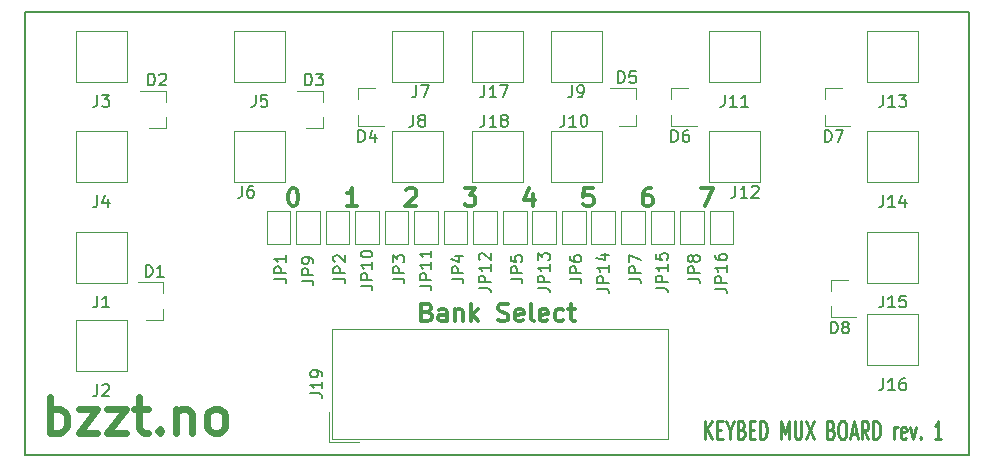
<source format=gbr>
G04 #@! TF.GenerationSoftware,KiCad,Pcbnew,(5.1.7-0-10_14)*
G04 #@! TF.CreationDate,2021-05-07T19:31:10+02:00*
G04 #@! TF.ProjectId,National Keyboard Mux Board,4e617469-6f6e-4616-9c20-4b6579626f61,rev?*
G04 #@! TF.SameCoordinates,Original*
G04 #@! TF.FileFunction,Legend,Top*
G04 #@! TF.FilePolarity,Positive*
%FSLAX46Y46*%
G04 Gerber Fmt 4.6, Leading zero omitted, Abs format (unit mm)*
G04 Created by KiCad (PCBNEW (5.1.7-0-10_14)) date 2021-05-07 19:31:10*
%MOMM*%
%LPD*%
G01*
G04 APERTURE LIST*
%ADD10C,0.250000*%
%ADD11C,0.300000*%
%ADD12C,0.600000*%
G04 #@! TA.AperFunction,Profile*
%ADD13C,0.150000*%
G04 #@! TD*
%ADD14C,0.120000*%
%ADD15C,0.150000*%
G04 APERTURE END LIST*
D10*
X127623809Y-100878571D02*
X127623809Y-99378571D01*
X128195238Y-100878571D02*
X127766666Y-100021428D01*
X128195238Y-99378571D02*
X127623809Y-100235714D01*
X128623809Y-100092857D02*
X128957142Y-100092857D01*
X129100000Y-100878571D02*
X128623809Y-100878571D01*
X128623809Y-99378571D01*
X129100000Y-99378571D01*
X129719047Y-100164285D02*
X129719047Y-100878571D01*
X129385714Y-99378571D02*
X129719047Y-100164285D01*
X130052380Y-99378571D01*
X130719047Y-100092857D02*
X130861904Y-100164285D01*
X130909523Y-100235714D01*
X130957142Y-100378571D01*
X130957142Y-100592857D01*
X130909523Y-100735714D01*
X130861904Y-100807142D01*
X130766666Y-100878571D01*
X130385714Y-100878571D01*
X130385714Y-99378571D01*
X130719047Y-99378571D01*
X130814285Y-99450000D01*
X130861904Y-99521428D01*
X130909523Y-99664285D01*
X130909523Y-99807142D01*
X130861904Y-99950000D01*
X130814285Y-100021428D01*
X130719047Y-100092857D01*
X130385714Y-100092857D01*
X131385714Y-100092857D02*
X131719047Y-100092857D01*
X131861904Y-100878571D02*
X131385714Y-100878571D01*
X131385714Y-99378571D01*
X131861904Y-99378571D01*
X132290476Y-100878571D02*
X132290476Y-99378571D01*
X132528571Y-99378571D01*
X132671428Y-99450000D01*
X132766666Y-99592857D01*
X132814285Y-99735714D01*
X132861904Y-100021428D01*
X132861904Y-100235714D01*
X132814285Y-100521428D01*
X132766666Y-100664285D01*
X132671428Y-100807142D01*
X132528571Y-100878571D01*
X132290476Y-100878571D01*
X134052380Y-100878571D02*
X134052380Y-99378571D01*
X134385714Y-100450000D01*
X134719047Y-99378571D01*
X134719047Y-100878571D01*
X135195238Y-99378571D02*
X135195238Y-100592857D01*
X135242857Y-100735714D01*
X135290476Y-100807142D01*
X135385714Y-100878571D01*
X135576190Y-100878571D01*
X135671428Y-100807142D01*
X135719047Y-100735714D01*
X135766666Y-100592857D01*
X135766666Y-99378571D01*
X136147619Y-99378571D02*
X136814285Y-100878571D01*
X136814285Y-99378571D02*
X136147619Y-100878571D01*
X138290476Y-100092857D02*
X138433333Y-100164285D01*
X138480952Y-100235714D01*
X138528571Y-100378571D01*
X138528571Y-100592857D01*
X138480952Y-100735714D01*
X138433333Y-100807142D01*
X138338095Y-100878571D01*
X137957142Y-100878571D01*
X137957142Y-99378571D01*
X138290476Y-99378571D01*
X138385714Y-99450000D01*
X138433333Y-99521428D01*
X138480952Y-99664285D01*
X138480952Y-99807142D01*
X138433333Y-99950000D01*
X138385714Y-100021428D01*
X138290476Y-100092857D01*
X137957142Y-100092857D01*
X139147619Y-99378571D02*
X139338095Y-99378571D01*
X139433333Y-99450000D01*
X139528571Y-99592857D01*
X139576190Y-99878571D01*
X139576190Y-100378571D01*
X139528571Y-100664285D01*
X139433333Y-100807142D01*
X139338095Y-100878571D01*
X139147619Y-100878571D01*
X139052380Y-100807142D01*
X138957142Y-100664285D01*
X138909523Y-100378571D01*
X138909523Y-99878571D01*
X138957142Y-99592857D01*
X139052380Y-99450000D01*
X139147619Y-99378571D01*
X139957142Y-100450000D02*
X140433333Y-100450000D01*
X139861904Y-100878571D02*
X140195238Y-99378571D01*
X140528571Y-100878571D01*
X141433333Y-100878571D02*
X141100000Y-100164285D01*
X140861904Y-100878571D02*
X140861904Y-99378571D01*
X141242857Y-99378571D01*
X141338095Y-99450000D01*
X141385714Y-99521428D01*
X141433333Y-99664285D01*
X141433333Y-99878571D01*
X141385714Y-100021428D01*
X141338095Y-100092857D01*
X141242857Y-100164285D01*
X140861904Y-100164285D01*
X141861904Y-100878571D02*
X141861904Y-99378571D01*
X142100000Y-99378571D01*
X142242857Y-99450000D01*
X142338095Y-99592857D01*
X142385714Y-99735714D01*
X142433333Y-100021428D01*
X142433333Y-100235714D01*
X142385714Y-100521428D01*
X142338095Y-100664285D01*
X142242857Y-100807142D01*
X142100000Y-100878571D01*
X141861904Y-100878571D01*
X143623809Y-100878571D02*
X143623809Y-99878571D01*
X143623809Y-100164285D02*
X143671428Y-100021428D01*
X143719047Y-99950000D01*
X143814285Y-99878571D01*
X143909523Y-99878571D01*
X144623809Y-100807142D02*
X144528571Y-100878571D01*
X144338095Y-100878571D01*
X144242857Y-100807142D01*
X144195238Y-100664285D01*
X144195238Y-100092857D01*
X144242857Y-99950000D01*
X144338095Y-99878571D01*
X144528571Y-99878571D01*
X144623809Y-99950000D01*
X144671428Y-100092857D01*
X144671428Y-100235714D01*
X144195238Y-100378571D01*
X145004761Y-99878571D02*
X145242857Y-100878571D01*
X145480952Y-99878571D01*
X145861904Y-100735714D02*
X145909523Y-100807142D01*
X145861904Y-100878571D01*
X145814285Y-100807142D01*
X145861904Y-100735714D01*
X145861904Y-100878571D01*
X147623809Y-100878571D02*
X147052380Y-100878571D01*
X147338095Y-100878571D02*
X147338095Y-99378571D01*
X147242857Y-99592857D01*
X147147619Y-99735714D01*
X147052380Y-99807142D01*
D11*
X127250000Y-79678571D02*
X128250000Y-79678571D01*
X127607142Y-81178571D01*
X123035714Y-79678571D02*
X122750000Y-79678571D01*
X122607142Y-79750000D01*
X122535714Y-79821428D01*
X122392857Y-80035714D01*
X122321428Y-80321428D01*
X122321428Y-80892857D01*
X122392857Y-81035714D01*
X122464285Y-81107142D01*
X122607142Y-81178571D01*
X122892857Y-81178571D01*
X123035714Y-81107142D01*
X123107142Y-81035714D01*
X123178571Y-80892857D01*
X123178571Y-80535714D01*
X123107142Y-80392857D01*
X123035714Y-80321428D01*
X122892857Y-80250000D01*
X122607142Y-80250000D01*
X122464285Y-80321428D01*
X122392857Y-80392857D01*
X122321428Y-80535714D01*
X118107142Y-79678571D02*
X117392857Y-79678571D01*
X117321428Y-80392857D01*
X117392857Y-80321428D01*
X117535714Y-80250000D01*
X117892857Y-80250000D01*
X118035714Y-80321428D01*
X118107142Y-80392857D01*
X118178571Y-80535714D01*
X118178571Y-80892857D01*
X118107142Y-81035714D01*
X118035714Y-81107142D01*
X117892857Y-81178571D01*
X117535714Y-81178571D01*
X117392857Y-81107142D01*
X117321428Y-81035714D01*
X113035714Y-80178571D02*
X113035714Y-81178571D01*
X112678571Y-79607142D02*
X112321428Y-80678571D01*
X113250000Y-80678571D01*
X107250000Y-79678571D02*
X108178571Y-79678571D01*
X107678571Y-80250000D01*
X107892857Y-80250000D01*
X108035714Y-80321428D01*
X108107142Y-80392857D01*
X108178571Y-80535714D01*
X108178571Y-80892857D01*
X108107142Y-81035714D01*
X108035714Y-81107142D01*
X107892857Y-81178571D01*
X107464285Y-81178571D01*
X107321428Y-81107142D01*
X107250000Y-81035714D01*
X102321428Y-79821428D02*
X102392857Y-79750000D01*
X102535714Y-79678571D01*
X102892857Y-79678571D01*
X103035714Y-79750000D01*
X103107142Y-79821428D01*
X103178571Y-79964285D01*
X103178571Y-80107142D01*
X103107142Y-80321428D01*
X102250000Y-81178571D01*
X103178571Y-81178571D01*
X98178571Y-81178571D02*
X97321428Y-81178571D01*
X97750000Y-81178571D02*
X97750000Y-79678571D01*
X97607142Y-79892857D01*
X97464285Y-80035714D01*
X97321428Y-80107142D01*
X92678571Y-79678571D02*
X92821428Y-79678571D01*
X92964285Y-79750000D01*
X93035714Y-79821428D01*
X93107142Y-79964285D01*
X93178571Y-80250000D01*
X93178571Y-80607142D01*
X93107142Y-80892857D01*
X93035714Y-81035714D01*
X92964285Y-81107142D01*
X92821428Y-81178571D01*
X92678571Y-81178571D01*
X92535714Y-81107142D01*
X92464285Y-81035714D01*
X92392857Y-80892857D01*
X92321428Y-80607142D01*
X92321428Y-80250000D01*
X92392857Y-79964285D01*
X92464285Y-79821428D01*
X92535714Y-79750000D01*
X92678571Y-79678571D01*
X104107142Y-90142857D02*
X104321428Y-90214285D01*
X104392857Y-90285714D01*
X104464285Y-90428571D01*
X104464285Y-90642857D01*
X104392857Y-90785714D01*
X104321428Y-90857142D01*
X104178571Y-90928571D01*
X103607142Y-90928571D01*
X103607142Y-89428571D01*
X104107142Y-89428571D01*
X104250000Y-89500000D01*
X104321428Y-89571428D01*
X104392857Y-89714285D01*
X104392857Y-89857142D01*
X104321428Y-90000000D01*
X104250000Y-90071428D01*
X104107142Y-90142857D01*
X103607142Y-90142857D01*
X105750000Y-90928571D02*
X105750000Y-90142857D01*
X105678571Y-90000000D01*
X105535714Y-89928571D01*
X105250000Y-89928571D01*
X105107142Y-90000000D01*
X105750000Y-90857142D02*
X105607142Y-90928571D01*
X105250000Y-90928571D01*
X105107142Y-90857142D01*
X105035714Y-90714285D01*
X105035714Y-90571428D01*
X105107142Y-90428571D01*
X105250000Y-90357142D01*
X105607142Y-90357142D01*
X105750000Y-90285714D01*
X106464285Y-89928571D02*
X106464285Y-90928571D01*
X106464285Y-90071428D02*
X106535714Y-90000000D01*
X106678571Y-89928571D01*
X106892857Y-89928571D01*
X107035714Y-90000000D01*
X107107142Y-90142857D01*
X107107142Y-90928571D01*
X107821428Y-90928571D02*
X107821428Y-89428571D01*
X107964285Y-90357142D02*
X108392857Y-90928571D01*
X108392857Y-89928571D02*
X107821428Y-90500000D01*
X110107142Y-90857142D02*
X110321428Y-90928571D01*
X110678571Y-90928571D01*
X110821428Y-90857142D01*
X110892857Y-90785714D01*
X110964285Y-90642857D01*
X110964285Y-90500000D01*
X110892857Y-90357142D01*
X110821428Y-90285714D01*
X110678571Y-90214285D01*
X110392857Y-90142857D01*
X110250000Y-90071428D01*
X110178571Y-90000000D01*
X110107142Y-89857142D01*
X110107142Y-89714285D01*
X110178571Y-89571428D01*
X110250000Y-89500000D01*
X110392857Y-89428571D01*
X110750000Y-89428571D01*
X110964285Y-89500000D01*
X112178571Y-90857142D02*
X112035714Y-90928571D01*
X111750000Y-90928571D01*
X111607142Y-90857142D01*
X111535714Y-90714285D01*
X111535714Y-90142857D01*
X111607142Y-90000000D01*
X111750000Y-89928571D01*
X112035714Y-89928571D01*
X112178571Y-90000000D01*
X112250000Y-90142857D01*
X112250000Y-90285714D01*
X111535714Y-90428571D01*
X113107142Y-90928571D02*
X112964285Y-90857142D01*
X112892857Y-90714285D01*
X112892857Y-89428571D01*
X114250000Y-90857142D02*
X114107142Y-90928571D01*
X113821428Y-90928571D01*
X113678571Y-90857142D01*
X113607142Y-90714285D01*
X113607142Y-90142857D01*
X113678571Y-90000000D01*
X113821428Y-89928571D01*
X114107142Y-89928571D01*
X114250000Y-90000000D01*
X114321428Y-90142857D01*
X114321428Y-90285714D01*
X113607142Y-90428571D01*
X115607142Y-90857142D02*
X115464285Y-90928571D01*
X115178571Y-90928571D01*
X115035714Y-90857142D01*
X114964285Y-90785714D01*
X114892857Y-90642857D01*
X114892857Y-90214285D01*
X114964285Y-90071428D01*
X115035714Y-90000000D01*
X115178571Y-89928571D01*
X115464285Y-89928571D01*
X115607142Y-90000000D01*
X116035714Y-89928571D02*
X116607142Y-89928571D01*
X116250000Y-89428571D02*
X116250000Y-90714285D01*
X116321428Y-90857142D01*
X116464285Y-90928571D01*
X116607142Y-90928571D01*
D12*
X72142857Y-100357142D02*
X72142857Y-97357142D01*
X72142857Y-98500000D02*
X72428571Y-98357142D01*
X73000000Y-98357142D01*
X73285714Y-98500000D01*
X73428571Y-98642857D01*
X73571428Y-98928571D01*
X73571428Y-99785714D01*
X73428571Y-100071428D01*
X73285714Y-100214285D01*
X73000000Y-100357142D01*
X72428571Y-100357142D01*
X72142857Y-100214285D01*
X74571428Y-98357142D02*
X76142857Y-98357142D01*
X74571428Y-100357142D01*
X76142857Y-100357142D01*
X77000000Y-98357142D02*
X78571428Y-98357142D01*
X77000000Y-100357142D01*
X78571428Y-100357142D01*
X79285714Y-98357142D02*
X80428571Y-98357142D01*
X79714285Y-97357142D02*
X79714285Y-99928571D01*
X79857142Y-100214285D01*
X80142857Y-100357142D01*
X80428571Y-100357142D01*
X81428571Y-100071428D02*
X81571428Y-100214285D01*
X81428571Y-100357142D01*
X81285714Y-100214285D01*
X81428571Y-100071428D01*
X81428571Y-100357142D01*
X82857142Y-98357142D02*
X82857142Y-100357142D01*
X82857142Y-98642857D02*
X83000000Y-98500000D01*
X83285714Y-98357142D01*
X83714285Y-98357142D01*
X84000000Y-98500000D01*
X84142857Y-98785714D01*
X84142857Y-100357142D01*
X86000000Y-100357142D02*
X85714285Y-100214285D01*
X85571428Y-100071428D01*
X85428571Y-99785714D01*
X85428571Y-98928571D01*
X85571428Y-98642857D01*
X85714285Y-98500000D01*
X86000000Y-98357142D01*
X86428571Y-98357142D01*
X86714285Y-98500000D01*
X86857142Y-98642857D01*
X87000000Y-98928571D01*
X87000000Y-99785714D01*
X86857142Y-100071428D01*
X86714285Y-100214285D01*
X86428571Y-100357142D01*
X86000000Y-100357142D01*
D13*
X70000000Y-102250000D02*
X70000000Y-64750000D01*
X150000000Y-102250000D02*
X70000000Y-102250000D01*
X150000000Y-64750000D02*
X150000000Y-102250000D01*
X70000000Y-64750000D02*
X150000000Y-64750000D01*
D14*
X138240000Y-87420000D02*
X138240000Y-88350000D01*
X138240000Y-90580000D02*
X138240000Y-89650000D01*
X138240000Y-90580000D02*
X140400000Y-90580000D01*
X138240000Y-87420000D02*
X139700000Y-87420000D01*
X137740000Y-71220000D02*
X137740000Y-72150000D01*
X137740000Y-74380000D02*
X137740000Y-73450000D01*
X137740000Y-74380000D02*
X139900000Y-74380000D01*
X137740000Y-71220000D02*
X139200000Y-71220000D01*
X124740000Y-71220000D02*
X124740000Y-72150000D01*
X124740000Y-74380000D02*
X124740000Y-73450000D01*
X124740000Y-74380000D02*
X126900000Y-74380000D01*
X124740000Y-71220000D02*
X126200000Y-71220000D01*
X121760000Y-74380000D02*
X121760000Y-73450000D01*
X121760000Y-71220000D02*
X121760000Y-72150000D01*
X121760000Y-71220000D02*
X119600000Y-71220000D01*
X121760000Y-74380000D02*
X120300000Y-74380000D01*
X98240000Y-71220000D02*
X98240000Y-72150000D01*
X98240000Y-74380000D02*
X98240000Y-73450000D01*
X98240000Y-74380000D02*
X100400000Y-74380000D01*
X98240000Y-71220000D02*
X99700000Y-71220000D01*
X95260000Y-74580000D02*
X95260000Y-73650000D01*
X95260000Y-71420000D02*
X95260000Y-72350000D01*
X95260000Y-71420000D02*
X93100000Y-71420000D01*
X95260000Y-74580000D02*
X93800000Y-74580000D01*
X81960000Y-74580000D02*
X81960000Y-73650000D01*
X81960000Y-71420000D02*
X81960000Y-72350000D01*
X81960000Y-71420000D02*
X79800000Y-71420000D01*
X81960000Y-74580000D02*
X80500000Y-74580000D01*
X81760000Y-90780000D02*
X81760000Y-89850000D01*
X81760000Y-87620000D02*
X81760000Y-88550000D01*
X81760000Y-87620000D02*
X79600000Y-87620000D01*
X81760000Y-90780000D02*
X80300000Y-90780000D01*
X95996000Y-91555000D02*
X124476000Y-91555000D01*
X124476000Y-91555000D02*
X124476000Y-100905000D01*
X124476000Y-100905000D02*
X95996000Y-100905000D01*
X95996000Y-100905000D02*
X95996000Y-91555000D01*
X95746000Y-101155000D02*
X98286000Y-101155000D01*
X95746000Y-101155000D02*
X95746000Y-98615000D01*
X92500000Y-84400000D02*
X90500000Y-84400000D01*
X92500000Y-81600000D02*
X92500000Y-84400000D01*
X90500000Y-81600000D02*
X92500000Y-81600000D01*
X90500000Y-84400000D02*
X90500000Y-81600000D01*
X97500000Y-84400000D02*
X95500000Y-84400000D01*
X97500000Y-81600000D02*
X97500000Y-84400000D01*
X95500000Y-81600000D02*
X97500000Y-81600000D01*
X95500000Y-84400000D02*
X95500000Y-81600000D01*
X100500000Y-84400000D02*
X100500000Y-81600000D01*
X100500000Y-81600000D02*
X102500000Y-81600000D01*
X102500000Y-81600000D02*
X102500000Y-84400000D01*
X102500000Y-84400000D02*
X100500000Y-84400000D01*
X107500000Y-84400000D02*
X105500000Y-84400000D01*
X107500000Y-81600000D02*
X107500000Y-84400000D01*
X105500000Y-81600000D02*
X107500000Y-81600000D01*
X105500000Y-84400000D02*
X105500000Y-81600000D01*
X110500000Y-84400000D02*
X110500000Y-81600000D01*
X110500000Y-81600000D02*
X112500000Y-81600000D01*
X112500000Y-81600000D02*
X112500000Y-84400000D01*
X112500000Y-84400000D02*
X110500000Y-84400000D01*
X117500000Y-84400000D02*
X115500000Y-84400000D01*
X117500000Y-81600000D02*
X117500000Y-84400000D01*
X115500000Y-81600000D02*
X117500000Y-81600000D01*
X115500000Y-84400000D02*
X115500000Y-81600000D01*
X120500000Y-84400000D02*
X120500000Y-81600000D01*
X120500000Y-81600000D02*
X122500000Y-81600000D01*
X122500000Y-81600000D02*
X122500000Y-84400000D01*
X122500000Y-84400000D02*
X120500000Y-84400000D01*
X127500000Y-84400000D02*
X125500000Y-84400000D01*
X127500000Y-81600000D02*
X127500000Y-84400000D01*
X125500000Y-81600000D02*
X127500000Y-81600000D01*
X125500000Y-84400000D02*
X125500000Y-81600000D01*
X74341000Y-83341000D02*
X78659000Y-83341000D01*
X78659000Y-83341000D02*
X78659000Y-87659000D01*
X78659000Y-87659000D02*
X74341000Y-87659000D01*
X74341000Y-83341000D02*
X74341000Y-87659000D01*
X74341000Y-90841000D02*
X78659000Y-90841000D01*
X78659000Y-90841000D02*
X78659000Y-95159000D01*
X78659000Y-95159000D02*
X74341000Y-95159000D01*
X74341000Y-90841000D02*
X74341000Y-95159000D01*
X74341000Y-66341000D02*
X74341000Y-70659000D01*
X78659000Y-70659000D02*
X74341000Y-70659000D01*
X78659000Y-66341000D02*
X78659000Y-70659000D01*
X74341000Y-66341000D02*
X78659000Y-66341000D01*
X74341000Y-74841000D02*
X78659000Y-74841000D01*
X78659000Y-74841000D02*
X78659000Y-79159000D01*
X78659000Y-79159000D02*
X74341000Y-79159000D01*
X74341000Y-74841000D02*
X74341000Y-79159000D01*
X87741000Y-66341000D02*
X92059000Y-66341000D01*
X92059000Y-66341000D02*
X92059000Y-70659000D01*
X92059000Y-70659000D02*
X87741000Y-70659000D01*
X87741000Y-66341000D02*
X87741000Y-70659000D01*
X87741000Y-74841000D02*
X92059000Y-74841000D01*
X92059000Y-74841000D02*
X92059000Y-79159000D01*
X92059000Y-79159000D02*
X87741000Y-79159000D01*
X87741000Y-74841000D02*
X87741000Y-79159000D01*
X101141000Y-66341000D02*
X105459000Y-66341000D01*
X105459000Y-66341000D02*
X105459000Y-70659000D01*
X105459000Y-70659000D02*
X101141000Y-70659000D01*
X101141000Y-66341000D02*
X101141000Y-70659000D01*
X101141000Y-74841000D02*
X101141000Y-79159000D01*
X105459000Y-79159000D02*
X101141000Y-79159000D01*
X105459000Y-74841000D02*
X105459000Y-79159000D01*
X101141000Y-74841000D02*
X105459000Y-74841000D01*
X114541000Y-66341000D02*
X118859000Y-66341000D01*
X118859000Y-66341000D02*
X118859000Y-70659000D01*
X118859000Y-70659000D02*
X114541000Y-70659000D01*
X114541000Y-66341000D02*
X114541000Y-70659000D01*
X114541000Y-74841000D02*
X114541000Y-79159000D01*
X118859000Y-79159000D02*
X114541000Y-79159000D01*
X118859000Y-74841000D02*
X118859000Y-79159000D01*
X114541000Y-74841000D02*
X118859000Y-74841000D01*
X127941000Y-66341000D02*
X127941000Y-70659000D01*
X132259000Y-70659000D02*
X127941000Y-70659000D01*
X132259000Y-66341000D02*
X132259000Y-70659000D01*
X127941000Y-66341000D02*
X132259000Y-66341000D01*
X127941000Y-74841000D02*
X127941000Y-79159000D01*
X132259000Y-79159000D02*
X127941000Y-79159000D01*
X132259000Y-74841000D02*
X132259000Y-79159000D01*
X127941000Y-74841000D02*
X132259000Y-74841000D01*
X141341000Y-66341000D02*
X141341000Y-70659000D01*
X145659000Y-70659000D02*
X141341000Y-70659000D01*
X145659000Y-66341000D02*
X145659000Y-70659000D01*
X141341000Y-66341000D02*
X145659000Y-66341000D01*
X141341000Y-74841000D02*
X145659000Y-74841000D01*
X145659000Y-74841000D02*
X145659000Y-79159000D01*
X145659000Y-79159000D02*
X141341000Y-79159000D01*
X141341000Y-74841000D02*
X141341000Y-79159000D01*
X141341000Y-83341000D02*
X141341000Y-87659000D01*
X145659000Y-87659000D02*
X141341000Y-87659000D01*
X145659000Y-83341000D02*
X145659000Y-87659000D01*
X141341000Y-83341000D02*
X145659000Y-83341000D01*
X141341000Y-90341000D02*
X145659000Y-90341000D01*
X145659000Y-90341000D02*
X145659000Y-94659000D01*
X145659000Y-94659000D02*
X141341000Y-94659000D01*
X141341000Y-90341000D02*
X141341000Y-94659000D01*
X107841000Y-66341000D02*
X107841000Y-70659000D01*
X112159000Y-70659000D02*
X107841000Y-70659000D01*
X112159000Y-66341000D02*
X112159000Y-70659000D01*
X107841000Y-66341000D02*
X112159000Y-66341000D01*
X107841000Y-74841000D02*
X107841000Y-79159000D01*
X112159000Y-79159000D02*
X107841000Y-79159000D01*
X112159000Y-74841000D02*
X112159000Y-79159000D01*
X107841000Y-74841000D02*
X112159000Y-74841000D01*
X93000000Y-84400000D02*
X93000000Y-81600000D01*
X93000000Y-81600000D02*
X95000000Y-81600000D01*
X95000000Y-81600000D02*
X95000000Y-84400000D01*
X95000000Y-84400000D02*
X93000000Y-84400000D01*
X98000000Y-84400000D02*
X98000000Y-81600000D01*
X98000000Y-81600000D02*
X100000000Y-81600000D01*
X100000000Y-81600000D02*
X100000000Y-84400000D01*
X100000000Y-84400000D02*
X98000000Y-84400000D01*
X105000000Y-84400000D02*
X103000000Y-84400000D01*
X105000000Y-81600000D02*
X105000000Y-84400000D01*
X103000000Y-81600000D02*
X105000000Y-81600000D01*
X103000000Y-84400000D02*
X103000000Y-81600000D01*
X108000000Y-84400000D02*
X108000000Y-81600000D01*
X108000000Y-81600000D02*
X110000000Y-81600000D01*
X110000000Y-81600000D02*
X110000000Y-84400000D01*
X110000000Y-84400000D02*
X108000000Y-84400000D01*
X115000000Y-84400000D02*
X113000000Y-84400000D01*
X115000000Y-81600000D02*
X115000000Y-84400000D01*
X113000000Y-81600000D02*
X115000000Y-81600000D01*
X113000000Y-84400000D02*
X113000000Y-81600000D01*
X118000000Y-84400000D02*
X118000000Y-81600000D01*
X118000000Y-81600000D02*
X120000000Y-81600000D01*
X120000000Y-81600000D02*
X120000000Y-84400000D01*
X120000000Y-84400000D02*
X118000000Y-84400000D01*
X125000000Y-84400000D02*
X123000000Y-84400000D01*
X125000000Y-81600000D02*
X125000000Y-84400000D01*
X123000000Y-81600000D02*
X125000000Y-81600000D01*
X123000000Y-84400000D02*
X123000000Y-81600000D01*
X130000000Y-84400000D02*
X128000000Y-84400000D01*
X130000000Y-81600000D02*
X130000000Y-84400000D01*
X128000000Y-81600000D02*
X130000000Y-81600000D01*
X128000000Y-84400000D02*
X128000000Y-81600000D01*
D15*
X138261904Y-91952380D02*
X138261904Y-90952380D01*
X138500000Y-90952380D01*
X138642857Y-91000000D01*
X138738095Y-91095238D01*
X138785714Y-91190476D01*
X138833333Y-91380952D01*
X138833333Y-91523809D01*
X138785714Y-91714285D01*
X138738095Y-91809523D01*
X138642857Y-91904761D01*
X138500000Y-91952380D01*
X138261904Y-91952380D01*
X139404761Y-91380952D02*
X139309523Y-91333333D01*
X139261904Y-91285714D01*
X139214285Y-91190476D01*
X139214285Y-91142857D01*
X139261904Y-91047619D01*
X139309523Y-91000000D01*
X139404761Y-90952380D01*
X139595238Y-90952380D01*
X139690476Y-91000000D01*
X139738095Y-91047619D01*
X139785714Y-91142857D01*
X139785714Y-91190476D01*
X139738095Y-91285714D01*
X139690476Y-91333333D01*
X139595238Y-91380952D01*
X139404761Y-91380952D01*
X139309523Y-91428571D01*
X139261904Y-91476190D01*
X139214285Y-91571428D01*
X139214285Y-91761904D01*
X139261904Y-91857142D01*
X139309523Y-91904761D01*
X139404761Y-91952380D01*
X139595238Y-91952380D01*
X139690476Y-91904761D01*
X139738095Y-91857142D01*
X139785714Y-91761904D01*
X139785714Y-91571428D01*
X139738095Y-91476190D01*
X139690476Y-91428571D01*
X139595238Y-91380952D01*
X137761904Y-75752380D02*
X137761904Y-74752380D01*
X138000000Y-74752380D01*
X138142857Y-74800000D01*
X138238095Y-74895238D01*
X138285714Y-74990476D01*
X138333333Y-75180952D01*
X138333333Y-75323809D01*
X138285714Y-75514285D01*
X138238095Y-75609523D01*
X138142857Y-75704761D01*
X138000000Y-75752380D01*
X137761904Y-75752380D01*
X138666666Y-74752380D02*
X139333333Y-74752380D01*
X138904761Y-75752380D01*
X124761904Y-75752380D02*
X124761904Y-74752380D01*
X125000000Y-74752380D01*
X125142857Y-74800000D01*
X125238095Y-74895238D01*
X125285714Y-74990476D01*
X125333333Y-75180952D01*
X125333333Y-75323809D01*
X125285714Y-75514285D01*
X125238095Y-75609523D01*
X125142857Y-75704761D01*
X125000000Y-75752380D01*
X124761904Y-75752380D01*
X126190476Y-74752380D02*
X126000000Y-74752380D01*
X125904761Y-74800000D01*
X125857142Y-74847619D01*
X125761904Y-74990476D01*
X125714285Y-75180952D01*
X125714285Y-75561904D01*
X125761904Y-75657142D01*
X125809523Y-75704761D01*
X125904761Y-75752380D01*
X126095238Y-75752380D01*
X126190476Y-75704761D01*
X126238095Y-75657142D01*
X126285714Y-75561904D01*
X126285714Y-75323809D01*
X126238095Y-75228571D01*
X126190476Y-75180952D01*
X126095238Y-75133333D01*
X125904761Y-75133333D01*
X125809523Y-75180952D01*
X125761904Y-75228571D01*
X125714285Y-75323809D01*
X120261904Y-70752380D02*
X120261904Y-69752380D01*
X120500000Y-69752380D01*
X120642857Y-69800000D01*
X120738095Y-69895238D01*
X120785714Y-69990476D01*
X120833333Y-70180952D01*
X120833333Y-70323809D01*
X120785714Y-70514285D01*
X120738095Y-70609523D01*
X120642857Y-70704761D01*
X120500000Y-70752380D01*
X120261904Y-70752380D01*
X121738095Y-69752380D02*
X121261904Y-69752380D01*
X121214285Y-70228571D01*
X121261904Y-70180952D01*
X121357142Y-70133333D01*
X121595238Y-70133333D01*
X121690476Y-70180952D01*
X121738095Y-70228571D01*
X121785714Y-70323809D01*
X121785714Y-70561904D01*
X121738095Y-70657142D01*
X121690476Y-70704761D01*
X121595238Y-70752380D01*
X121357142Y-70752380D01*
X121261904Y-70704761D01*
X121214285Y-70657142D01*
X98261904Y-75752380D02*
X98261904Y-74752380D01*
X98500000Y-74752380D01*
X98642857Y-74800000D01*
X98738095Y-74895238D01*
X98785714Y-74990476D01*
X98833333Y-75180952D01*
X98833333Y-75323809D01*
X98785714Y-75514285D01*
X98738095Y-75609523D01*
X98642857Y-75704761D01*
X98500000Y-75752380D01*
X98261904Y-75752380D01*
X99690476Y-75085714D02*
X99690476Y-75752380D01*
X99452380Y-74704761D02*
X99214285Y-75419047D01*
X99833333Y-75419047D01*
X93761904Y-70952380D02*
X93761904Y-69952380D01*
X94000000Y-69952380D01*
X94142857Y-70000000D01*
X94238095Y-70095238D01*
X94285714Y-70190476D01*
X94333333Y-70380952D01*
X94333333Y-70523809D01*
X94285714Y-70714285D01*
X94238095Y-70809523D01*
X94142857Y-70904761D01*
X94000000Y-70952380D01*
X93761904Y-70952380D01*
X94666666Y-69952380D02*
X95285714Y-69952380D01*
X94952380Y-70333333D01*
X95095238Y-70333333D01*
X95190476Y-70380952D01*
X95238095Y-70428571D01*
X95285714Y-70523809D01*
X95285714Y-70761904D01*
X95238095Y-70857142D01*
X95190476Y-70904761D01*
X95095238Y-70952380D01*
X94809523Y-70952380D01*
X94714285Y-70904761D01*
X94666666Y-70857142D01*
X80461904Y-70952380D02*
X80461904Y-69952380D01*
X80700000Y-69952380D01*
X80842857Y-70000000D01*
X80938095Y-70095238D01*
X80985714Y-70190476D01*
X81033333Y-70380952D01*
X81033333Y-70523809D01*
X80985714Y-70714285D01*
X80938095Y-70809523D01*
X80842857Y-70904761D01*
X80700000Y-70952380D01*
X80461904Y-70952380D01*
X81414285Y-70047619D02*
X81461904Y-70000000D01*
X81557142Y-69952380D01*
X81795238Y-69952380D01*
X81890476Y-70000000D01*
X81938095Y-70047619D01*
X81985714Y-70142857D01*
X81985714Y-70238095D01*
X81938095Y-70380952D01*
X81366666Y-70952380D01*
X81985714Y-70952380D01*
X80261904Y-87152380D02*
X80261904Y-86152380D01*
X80500000Y-86152380D01*
X80642857Y-86200000D01*
X80738095Y-86295238D01*
X80785714Y-86390476D01*
X80833333Y-86580952D01*
X80833333Y-86723809D01*
X80785714Y-86914285D01*
X80738095Y-87009523D01*
X80642857Y-87104761D01*
X80500000Y-87152380D01*
X80261904Y-87152380D01*
X81785714Y-87152380D02*
X81214285Y-87152380D01*
X81500000Y-87152380D02*
X81500000Y-86152380D01*
X81404761Y-86295238D01*
X81309523Y-86390476D01*
X81214285Y-86438095D01*
X94194380Y-97039523D02*
X94908666Y-97039523D01*
X95051523Y-97087142D01*
X95146761Y-97182380D01*
X95194380Y-97325238D01*
X95194380Y-97420476D01*
X95194380Y-96039523D02*
X95194380Y-96610952D01*
X95194380Y-96325238D02*
X94194380Y-96325238D01*
X94337238Y-96420476D01*
X94432476Y-96515714D01*
X94480095Y-96610952D01*
X95194380Y-95563333D02*
X95194380Y-95372857D01*
X95146761Y-95277619D01*
X95099142Y-95230000D01*
X94956285Y-95134761D01*
X94765809Y-95087142D01*
X94384857Y-95087142D01*
X94289619Y-95134761D01*
X94242000Y-95182380D01*
X94194380Y-95277619D01*
X94194380Y-95468095D01*
X94242000Y-95563333D01*
X94289619Y-95610952D01*
X94384857Y-95658571D01*
X94622952Y-95658571D01*
X94718190Y-95610952D01*
X94765809Y-95563333D01*
X94813428Y-95468095D01*
X94813428Y-95277619D01*
X94765809Y-95182380D01*
X94718190Y-95134761D01*
X94622952Y-95087142D01*
X91152380Y-87333333D02*
X91866666Y-87333333D01*
X92009523Y-87380952D01*
X92104761Y-87476190D01*
X92152380Y-87619047D01*
X92152380Y-87714285D01*
X92152380Y-86857142D02*
X91152380Y-86857142D01*
X91152380Y-86476190D01*
X91200000Y-86380952D01*
X91247619Y-86333333D01*
X91342857Y-86285714D01*
X91485714Y-86285714D01*
X91580952Y-86333333D01*
X91628571Y-86380952D01*
X91676190Y-86476190D01*
X91676190Y-86857142D01*
X92152380Y-85333333D02*
X92152380Y-85904761D01*
X92152380Y-85619047D02*
X91152380Y-85619047D01*
X91295238Y-85714285D01*
X91390476Y-85809523D01*
X91438095Y-85904761D01*
X96152380Y-87333333D02*
X96866666Y-87333333D01*
X97009523Y-87380952D01*
X97104761Y-87476190D01*
X97152380Y-87619047D01*
X97152380Y-87714285D01*
X97152380Y-86857142D02*
X96152380Y-86857142D01*
X96152380Y-86476190D01*
X96200000Y-86380952D01*
X96247619Y-86333333D01*
X96342857Y-86285714D01*
X96485714Y-86285714D01*
X96580952Y-86333333D01*
X96628571Y-86380952D01*
X96676190Y-86476190D01*
X96676190Y-86857142D01*
X96247619Y-85904761D02*
X96200000Y-85857142D01*
X96152380Y-85761904D01*
X96152380Y-85523809D01*
X96200000Y-85428571D01*
X96247619Y-85380952D01*
X96342857Y-85333333D01*
X96438095Y-85333333D01*
X96580952Y-85380952D01*
X97152380Y-85952380D01*
X97152380Y-85333333D01*
X101152380Y-87333333D02*
X101866666Y-87333333D01*
X102009523Y-87380952D01*
X102104761Y-87476190D01*
X102152380Y-87619047D01*
X102152380Y-87714285D01*
X102152380Y-86857142D02*
X101152380Y-86857142D01*
X101152380Y-86476190D01*
X101200000Y-86380952D01*
X101247619Y-86333333D01*
X101342857Y-86285714D01*
X101485714Y-86285714D01*
X101580952Y-86333333D01*
X101628571Y-86380952D01*
X101676190Y-86476190D01*
X101676190Y-86857142D01*
X101152380Y-85952380D02*
X101152380Y-85333333D01*
X101533333Y-85666666D01*
X101533333Y-85523809D01*
X101580952Y-85428571D01*
X101628571Y-85380952D01*
X101723809Y-85333333D01*
X101961904Y-85333333D01*
X102057142Y-85380952D01*
X102104761Y-85428571D01*
X102152380Y-85523809D01*
X102152380Y-85809523D01*
X102104761Y-85904761D01*
X102057142Y-85952380D01*
X106152380Y-87333333D02*
X106866666Y-87333333D01*
X107009523Y-87380952D01*
X107104761Y-87476190D01*
X107152380Y-87619047D01*
X107152380Y-87714285D01*
X107152380Y-86857142D02*
X106152380Y-86857142D01*
X106152380Y-86476190D01*
X106200000Y-86380952D01*
X106247619Y-86333333D01*
X106342857Y-86285714D01*
X106485714Y-86285714D01*
X106580952Y-86333333D01*
X106628571Y-86380952D01*
X106676190Y-86476190D01*
X106676190Y-86857142D01*
X106485714Y-85428571D02*
X107152380Y-85428571D01*
X106104761Y-85666666D02*
X106819047Y-85904761D01*
X106819047Y-85285714D01*
X111152380Y-87333333D02*
X111866666Y-87333333D01*
X112009523Y-87380952D01*
X112104761Y-87476190D01*
X112152380Y-87619047D01*
X112152380Y-87714285D01*
X112152380Y-86857142D02*
X111152380Y-86857142D01*
X111152380Y-86476190D01*
X111200000Y-86380952D01*
X111247619Y-86333333D01*
X111342857Y-86285714D01*
X111485714Y-86285714D01*
X111580952Y-86333333D01*
X111628571Y-86380952D01*
X111676190Y-86476190D01*
X111676190Y-86857142D01*
X111152380Y-85380952D02*
X111152380Y-85857142D01*
X111628571Y-85904761D01*
X111580952Y-85857142D01*
X111533333Y-85761904D01*
X111533333Y-85523809D01*
X111580952Y-85428571D01*
X111628571Y-85380952D01*
X111723809Y-85333333D01*
X111961904Y-85333333D01*
X112057142Y-85380952D01*
X112104761Y-85428571D01*
X112152380Y-85523809D01*
X112152380Y-85761904D01*
X112104761Y-85857142D01*
X112057142Y-85904761D01*
X116152380Y-87333333D02*
X116866666Y-87333333D01*
X117009523Y-87380952D01*
X117104761Y-87476190D01*
X117152380Y-87619047D01*
X117152380Y-87714285D01*
X117152380Y-86857142D02*
X116152380Y-86857142D01*
X116152380Y-86476190D01*
X116200000Y-86380952D01*
X116247619Y-86333333D01*
X116342857Y-86285714D01*
X116485714Y-86285714D01*
X116580952Y-86333333D01*
X116628571Y-86380952D01*
X116676190Y-86476190D01*
X116676190Y-86857142D01*
X116152380Y-85428571D02*
X116152380Y-85619047D01*
X116200000Y-85714285D01*
X116247619Y-85761904D01*
X116390476Y-85857142D01*
X116580952Y-85904761D01*
X116961904Y-85904761D01*
X117057142Y-85857142D01*
X117104761Y-85809523D01*
X117152380Y-85714285D01*
X117152380Y-85523809D01*
X117104761Y-85428571D01*
X117057142Y-85380952D01*
X116961904Y-85333333D01*
X116723809Y-85333333D01*
X116628571Y-85380952D01*
X116580952Y-85428571D01*
X116533333Y-85523809D01*
X116533333Y-85714285D01*
X116580952Y-85809523D01*
X116628571Y-85857142D01*
X116723809Y-85904761D01*
X121152380Y-87333333D02*
X121866666Y-87333333D01*
X122009523Y-87380952D01*
X122104761Y-87476190D01*
X122152380Y-87619047D01*
X122152380Y-87714285D01*
X122152380Y-86857142D02*
X121152380Y-86857142D01*
X121152380Y-86476190D01*
X121200000Y-86380952D01*
X121247619Y-86333333D01*
X121342857Y-86285714D01*
X121485714Y-86285714D01*
X121580952Y-86333333D01*
X121628571Y-86380952D01*
X121676190Y-86476190D01*
X121676190Y-86857142D01*
X121152380Y-85952380D02*
X121152380Y-85285714D01*
X122152380Y-85714285D01*
X126152380Y-87333333D02*
X126866666Y-87333333D01*
X127009523Y-87380952D01*
X127104761Y-87476190D01*
X127152380Y-87619047D01*
X127152380Y-87714285D01*
X127152380Y-86857142D02*
X126152380Y-86857142D01*
X126152380Y-86476190D01*
X126200000Y-86380952D01*
X126247619Y-86333333D01*
X126342857Y-86285714D01*
X126485714Y-86285714D01*
X126580952Y-86333333D01*
X126628571Y-86380952D01*
X126676190Y-86476190D01*
X126676190Y-86857142D01*
X126580952Y-85714285D02*
X126533333Y-85809523D01*
X126485714Y-85857142D01*
X126390476Y-85904761D01*
X126342857Y-85904761D01*
X126247619Y-85857142D01*
X126200000Y-85809523D01*
X126152380Y-85714285D01*
X126152380Y-85523809D01*
X126200000Y-85428571D01*
X126247619Y-85380952D01*
X126342857Y-85333333D01*
X126390476Y-85333333D01*
X126485714Y-85380952D01*
X126533333Y-85428571D01*
X126580952Y-85523809D01*
X126580952Y-85714285D01*
X126628571Y-85809523D01*
X126676190Y-85857142D01*
X126771428Y-85904761D01*
X126961904Y-85904761D01*
X127057142Y-85857142D01*
X127104761Y-85809523D01*
X127152380Y-85714285D01*
X127152380Y-85523809D01*
X127104761Y-85428571D01*
X127057142Y-85380952D01*
X126961904Y-85333333D01*
X126771428Y-85333333D01*
X126676190Y-85380952D01*
X126628571Y-85428571D01*
X126580952Y-85523809D01*
X76166666Y-88762380D02*
X76166666Y-89476666D01*
X76119047Y-89619523D01*
X76023809Y-89714761D01*
X75880952Y-89762380D01*
X75785714Y-89762380D01*
X77166666Y-89762380D02*
X76595238Y-89762380D01*
X76880952Y-89762380D02*
X76880952Y-88762380D01*
X76785714Y-88905238D01*
X76690476Y-89000476D01*
X76595238Y-89048095D01*
X76166666Y-96262380D02*
X76166666Y-96976666D01*
X76119047Y-97119523D01*
X76023809Y-97214761D01*
X75880952Y-97262380D01*
X75785714Y-97262380D01*
X76595238Y-96357619D02*
X76642857Y-96310000D01*
X76738095Y-96262380D01*
X76976190Y-96262380D01*
X77071428Y-96310000D01*
X77119047Y-96357619D01*
X77166666Y-96452857D01*
X77166666Y-96548095D01*
X77119047Y-96690952D01*
X76547619Y-97262380D01*
X77166666Y-97262380D01*
X76166666Y-71762380D02*
X76166666Y-72476666D01*
X76119047Y-72619523D01*
X76023809Y-72714761D01*
X75880952Y-72762380D01*
X75785714Y-72762380D01*
X76547619Y-71762380D02*
X77166666Y-71762380D01*
X76833333Y-72143333D01*
X76976190Y-72143333D01*
X77071428Y-72190952D01*
X77119047Y-72238571D01*
X77166666Y-72333809D01*
X77166666Y-72571904D01*
X77119047Y-72667142D01*
X77071428Y-72714761D01*
X76976190Y-72762380D01*
X76690476Y-72762380D01*
X76595238Y-72714761D01*
X76547619Y-72667142D01*
X76166666Y-80262380D02*
X76166666Y-80976666D01*
X76119047Y-81119523D01*
X76023809Y-81214761D01*
X75880952Y-81262380D01*
X75785714Y-81262380D01*
X77071428Y-80595714D02*
X77071428Y-81262380D01*
X76833333Y-80214761D02*
X76595238Y-80929047D01*
X77214285Y-80929047D01*
X89566666Y-71762380D02*
X89566666Y-72476666D01*
X89519047Y-72619523D01*
X89423809Y-72714761D01*
X89280952Y-72762380D01*
X89185714Y-72762380D01*
X90519047Y-71762380D02*
X90042857Y-71762380D01*
X89995238Y-72238571D01*
X90042857Y-72190952D01*
X90138095Y-72143333D01*
X90376190Y-72143333D01*
X90471428Y-72190952D01*
X90519047Y-72238571D01*
X90566666Y-72333809D01*
X90566666Y-72571904D01*
X90519047Y-72667142D01*
X90471428Y-72714761D01*
X90376190Y-72762380D01*
X90138095Y-72762380D01*
X90042857Y-72714761D01*
X89995238Y-72667142D01*
X88416666Y-79452380D02*
X88416666Y-80166666D01*
X88369047Y-80309523D01*
X88273809Y-80404761D01*
X88130952Y-80452380D01*
X88035714Y-80452380D01*
X89321428Y-79452380D02*
X89130952Y-79452380D01*
X89035714Y-79500000D01*
X88988095Y-79547619D01*
X88892857Y-79690476D01*
X88845238Y-79880952D01*
X88845238Y-80261904D01*
X88892857Y-80357142D01*
X88940476Y-80404761D01*
X89035714Y-80452380D01*
X89226190Y-80452380D01*
X89321428Y-80404761D01*
X89369047Y-80357142D01*
X89416666Y-80261904D01*
X89416666Y-80023809D01*
X89369047Y-79928571D01*
X89321428Y-79880952D01*
X89226190Y-79833333D01*
X89035714Y-79833333D01*
X88940476Y-79880952D01*
X88892857Y-79928571D01*
X88845238Y-80023809D01*
X103166666Y-70952380D02*
X103166666Y-71666666D01*
X103119047Y-71809523D01*
X103023809Y-71904761D01*
X102880952Y-71952380D01*
X102785714Y-71952380D01*
X103547619Y-70952380D02*
X104214285Y-70952380D01*
X103785714Y-71952380D01*
X102916666Y-73452380D02*
X102916666Y-74166666D01*
X102869047Y-74309523D01*
X102773809Y-74404761D01*
X102630952Y-74452380D01*
X102535714Y-74452380D01*
X103535714Y-73880952D02*
X103440476Y-73833333D01*
X103392857Y-73785714D01*
X103345238Y-73690476D01*
X103345238Y-73642857D01*
X103392857Y-73547619D01*
X103440476Y-73500000D01*
X103535714Y-73452380D01*
X103726190Y-73452380D01*
X103821428Y-73500000D01*
X103869047Y-73547619D01*
X103916666Y-73642857D01*
X103916666Y-73690476D01*
X103869047Y-73785714D01*
X103821428Y-73833333D01*
X103726190Y-73880952D01*
X103535714Y-73880952D01*
X103440476Y-73928571D01*
X103392857Y-73976190D01*
X103345238Y-74071428D01*
X103345238Y-74261904D01*
X103392857Y-74357142D01*
X103440476Y-74404761D01*
X103535714Y-74452380D01*
X103726190Y-74452380D01*
X103821428Y-74404761D01*
X103869047Y-74357142D01*
X103916666Y-74261904D01*
X103916666Y-74071428D01*
X103869047Y-73976190D01*
X103821428Y-73928571D01*
X103726190Y-73880952D01*
X116366666Y-70952380D02*
X116366666Y-71666666D01*
X116319047Y-71809523D01*
X116223809Y-71904761D01*
X116080952Y-71952380D01*
X115985714Y-71952380D01*
X116890476Y-71952380D02*
X117080952Y-71952380D01*
X117176190Y-71904761D01*
X117223809Y-71857142D01*
X117319047Y-71714285D01*
X117366666Y-71523809D01*
X117366666Y-71142857D01*
X117319047Y-71047619D01*
X117271428Y-71000000D01*
X117176190Y-70952380D01*
X116985714Y-70952380D01*
X116890476Y-71000000D01*
X116842857Y-71047619D01*
X116795238Y-71142857D01*
X116795238Y-71380952D01*
X116842857Y-71476190D01*
X116890476Y-71523809D01*
X116985714Y-71571428D01*
X117176190Y-71571428D01*
X117271428Y-71523809D01*
X117319047Y-71476190D01*
X117366666Y-71380952D01*
X115690476Y-73452380D02*
X115690476Y-74166666D01*
X115642857Y-74309523D01*
X115547619Y-74404761D01*
X115404761Y-74452380D01*
X115309523Y-74452380D01*
X116690476Y-74452380D02*
X116119047Y-74452380D01*
X116404761Y-74452380D02*
X116404761Y-73452380D01*
X116309523Y-73595238D01*
X116214285Y-73690476D01*
X116119047Y-73738095D01*
X117309523Y-73452380D02*
X117404761Y-73452380D01*
X117500000Y-73500000D01*
X117547619Y-73547619D01*
X117595238Y-73642857D01*
X117642857Y-73833333D01*
X117642857Y-74071428D01*
X117595238Y-74261904D01*
X117547619Y-74357142D01*
X117500000Y-74404761D01*
X117404761Y-74452380D01*
X117309523Y-74452380D01*
X117214285Y-74404761D01*
X117166666Y-74357142D01*
X117119047Y-74261904D01*
X117071428Y-74071428D01*
X117071428Y-73833333D01*
X117119047Y-73642857D01*
X117166666Y-73547619D01*
X117214285Y-73500000D01*
X117309523Y-73452380D01*
X129290476Y-71762380D02*
X129290476Y-72476666D01*
X129242857Y-72619523D01*
X129147619Y-72714761D01*
X129004761Y-72762380D01*
X128909523Y-72762380D01*
X130290476Y-72762380D02*
X129719047Y-72762380D01*
X130004761Y-72762380D02*
X130004761Y-71762380D01*
X129909523Y-71905238D01*
X129814285Y-72000476D01*
X129719047Y-72048095D01*
X131242857Y-72762380D02*
X130671428Y-72762380D01*
X130957142Y-72762380D02*
X130957142Y-71762380D01*
X130861904Y-71905238D01*
X130766666Y-72000476D01*
X130671428Y-72048095D01*
X130190476Y-79452380D02*
X130190476Y-80166666D01*
X130142857Y-80309523D01*
X130047619Y-80404761D01*
X129904761Y-80452380D01*
X129809523Y-80452380D01*
X131190476Y-80452380D02*
X130619047Y-80452380D01*
X130904761Y-80452380D02*
X130904761Y-79452380D01*
X130809523Y-79595238D01*
X130714285Y-79690476D01*
X130619047Y-79738095D01*
X131571428Y-79547619D02*
X131619047Y-79500000D01*
X131714285Y-79452380D01*
X131952380Y-79452380D01*
X132047619Y-79500000D01*
X132095238Y-79547619D01*
X132142857Y-79642857D01*
X132142857Y-79738095D01*
X132095238Y-79880952D01*
X131523809Y-80452380D01*
X132142857Y-80452380D01*
X142690476Y-71762380D02*
X142690476Y-72476666D01*
X142642857Y-72619523D01*
X142547619Y-72714761D01*
X142404761Y-72762380D01*
X142309523Y-72762380D01*
X143690476Y-72762380D02*
X143119047Y-72762380D01*
X143404761Y-72762380D02*
X143404761Y-71762380D01*
X143309523Y-71905238D01*
X143214285Y-72000476D01*
X143119047Y-72048095D01*
X144023809Y-71762380D02*
X144642857Y-71762380D01*
X144309523Y-72143333D01*
X144452380Y-72143333D01*
X144547619Y-72190952D01*
X144595238Y-72238571D01*
X144642857Y-72333809D01*
X144642857Y-72571904D01*
X144595238Y-72667142D01*
X144547619Y-72714761D01*
X144452380Y-72762380D01*
X144166666Y-72762380D01*
X144071428Y-72714761D01*
X144023809Y-72667142D01*
X142690476Y-80262380D02*
X142690476Y-80976666D01*
X142642857Y-81119523D01*
X142547619Y-81214761D01*
X142404761Y-81262380D01*
X142309523Y-81262380D01*
X143690476Y-81262380D02*
X143119047Y-81262380D01*
X143404761Y-81262380D02*
X143404761Y-80262380D01*
X143309523Y-80405238D01*
X143214285Y-80500476D01*
X143119047Y-80548095D01*
X144547619Y-80595714D02*
X144547619Y-81262380D01*
X144309523Y-80214761D02*
X144071428Y-80929047D01*
X144690476Y-80929047D01*
X142690476Y-88762380D02*
X142690476Y-89476666D01*
X142642857Y-89619523D01*
X142547619Y-89714761D01*
X142404761Y-89762380D01*
X142309523Y-89762380D01*
X143690476Y-89762380D02*
X143119047Y-89762380D01*
X143404761Y-89762380D02*
X143404761Y-88762380D01*
X143309523Y-88905238D01*
X143214285Y-89000476D01*
X143119047Y-89048095D01*
X144595238Y-88762380D02*
X144119047Y-88762380D01*
X144071428Y-89238571D01*
X144119047Y-89190952D01*
X144214285Y-89143333D01*
X144452380Y-89143333D01*
X144547619Y-89190952D01*
X144595238Y-89238571D01*
X144642857Y-89333809D01*
X144642857Y-89571904D01*
X144595238Y-89667142D01*
X144547619Y-89714761D01*
X144452380Y-89762380D01*
X144214285Y-89762380D01*
X144119047Y-89714761D01*
X144071428Y-89667142D01*
X142690476Y-95762380D02*
X142690476Y-96476666D01*
X142642857Y-96619523D01*
X142547619Y-96714761D01*
X142404761Y-96762380D01*
X142309523Y-96762380D01*
X143690476Y-96762380D02*
X143119047Y-96762380D01*
X143404761Y-96762380D02*
X143404761Y-95762380D01*
X143309523Y-95905238D01*
X143214285Y-96000476D01*
X143119047Y-96048095D01*
X144547619Y-95762380D02*
X144357142Y-95762380D01*
X144261904Y-95810000D01*
X144214285Y-95857619D01*
X144119047Y-96000476D01*
X144071428Y-96190952D01*
X144071428Y-96571904D01*
X144119047Y-96667142D01*
X144166666Y-96714761D01*
X144261904Y-96762380D01*
X144452380Y-96762380D01*
X144547619Y-96714761D01*
X144595238Y-96667142D01*
X144642857Y-96571904D01*
X144642857Y-96333809D01*
X144595238Y-96238571D01*
X144547619Y-96190952D01*
X144452380Y-96143333D01*
X144261904Y-96143333D01*
X144166666Y-96190952D01*
X144119047Y-96238571D01*
X144071428Y-96333809D01*
X108940476Y-70952380D02*
X108940476Y-71666666D01*
X108892857Y-71809523D01*
X108797619Y-71904761D01*
X108654761Y-71952380D01*
X108559523Y-71952380D01*
X109940476Y-71952380D02*
X109369047Y-71952380D01*
X109654761Y-71952380D02*
X109654761Y-70952380D01*
X109559523Y-71095238D01*
X109464285Y-71190476D01*
X109369047Y-71238095D01*
X110273809Y-70952380D02*
X110940476Y-70952380D01*
X110511904Y-71952380D01*
X108940476Y-73452380D02*
X108940476Y-74166666D01*
X108892857Y-74309523D01*
X108797619Y-74404761D01*
X108654761Y-74452380D01*
X108559523Y-74452380D01*
X109940476Y-74452380D02*
X109369047Y-74452380D01*
X109654761Y-74452380D02*
X109654761Y-73452380D01*
X109559523Y-73595238D01*
X109464285Y-73690476D01*
X109369047Y-73738095D01*
X110511904Y-73880952D02*
X110416666Y-73833333D01*
X110369047Y-73785714D01*
X110321428Y-73690476D01*
X110321428Y-73642857D01*
X110369047Y-73547619D01*
X110416666Y-73500000D01*
X110511904Y-73452380D01*
X110702380Y-73452380D01*
X110797619Y-73500000D01*
X110845238Y-73547619D01*
X110892857Y-73642857D01*
X110892857Y-73690476D01*
X110845238Y-73785714D01*
X110797619Y-73833333D01*
X110702380Y-73880952D01*
X110511904Y-73880952D01*
X110416666Y-73928571D01*
X110369047Y-73976190D01*
X110321428Y-74071428D01*
X110321428Y-74261904D01*
X110369047Y-74357142D01*
X110416666Y-74404761D01*
X110511904Y-74452380D01*
X110702380Y-74452380D01*
X110797619Y-74404761D01*
X110845238Y-74357142D01*
X110892857Y-74261904D01*
X110892857Y-74071428D01*
X110845238Y-73976190D01*
X110797619Y-73928571D01*
X110702380Y-73880952D01*
X93452380Y-87483333D02*
X94166666Y-87483333D01*
X94309523Y-87530952D01*
X94404761Y-87626190D01*
X94452380Y-87769047D01*
X94452380Y-87864285D01*
X94452380Y-87007142D02*
X93452380Y-87007142D01*
X93452380Y-86626190D01*
X93500000Y-86530952D01*
X93547619Y-86483333D01*
X93642857Y-86435714D01*
X93785714Y-86435714D01*
X93880952Y-86483333D01*
X93928571Y-86530952D01*
X93976190Y-86626190D01*
X93976190Y-87007142D01*
X94452380Y-85959523D02*
X94452380Y-85769047D01*
X94404761Y-85673809D01*
X94357142Y-85626190D01*
X94214285Y-85530952D01*
X94023809Y-85483333D01*
X93642857Y-85483333D01*
X93547619Y-85530952D01*
X93500000Y-85578571D01*
X93452380Y-85673809D01*
X93452380Y-85864285D01*
X93500000Y-85959523D01*
X93547619Y-86007142D01*
X93642857Y-86054761D01*
X93880952Y-86054761D01*
X93976190Y-86007142D01*
X94023809Y-85959523D01*
X94071428Y-85864285D01*
X94071428Y-85673809D01*
X94023809Y-85578571D01*
X93976190Y-85530952D01*
X93880952Y-85483333D01*
X98452380Y-87909523D02*
X99166666Y-87909523D01*
X99309523Y-87957142D01*
X99404761Y-88052380D01*
X99452380Y-88195238D01*
X99452380Y-88290476D01*
X99452380Y-87433333D02*
X98452380Y-87433333D01*
X98452380Y-87052380D01*
X98500000Y-86957142D01*
X98547619Y-86909523D01*
X98642857Y-86861904D01*
X98785714Y-86861904D01*
X98880952Y-86909523D01*
X98928571Y-86957142D01*
X98976190Y-87052380D01*
X98976190Y-87433333D01*
X99452380Y-85909523D02*
X99452380Y-86480952D01*
X99452380Y-86195238D02*
X98452380Y-86195238D01*
X98595238Y-86290476D01*
X98690476Y-86385714D01*
X98738095Y-86480952D01*
X98452380Y-85290476D02*
X98452380Y-85195238D01*
X98500000Y-85100000D01*
X98547619Y-85052380D01*
X98642857Y-85004761D01*
X98833333Y-84957142D01*
X99071428Y-84957142D01*
X99261904Y-85004761D01*
X99357142Y-85052380D01*
X99404761Y-85100000D01*
X99452380Y-85195238D01*
X99452380Y-85290476D01*
X99404761Y-85385714D01*
X99357142Y-85433333D01*
X99261904Y-85480952D01*
X99071428Y-85528571D01*
X98833333Y-85528571D01*
X98642857Y-85480952D01*
X98547619Y-85433333D01*
X98500000Y-85385714D01*
X98452380Y-85290476D01*
X103452380Y-87909523D02*
X104166666Y-87909523D01*
X104309523Y-87957142D01*
X104404761Y-88052380D01*
X104452380Y-88195238D01*
X104452380Y-88290476D01*
X104452380Y-87433333D02*
X103452380Y-87433333D01*
X103452380Y-87052380D01*
X103500000Y-86957142D01*
X103547619Y-86909523D01*
X103642857Y-86861904D01*
X103785714Y-86861904D01*
X103880952Y-86909523D01*
X103928571Y-86957142D01*
X103976190Y-87052380D01*
X103976190Y-87433333D01*
X104452380Y-85909523D02*
X104452380Y-86480952D01*
X104452380Y-86195238D02*
X103452380Y-86195238D01*
X103595238Y-86290476D01*
X103690476Y-86385714D01*
X103738095Y-86480952D01*
X104452380Y-84957142D02*
X104452380Y-85528571D01*
X104452380Y-85242857D02*
X103452380Y-85242857D01*
X103595238Y-85338095D01*
X103690476Y-85433333D01*
X103738095Y-85528571D01*
X108452380Y-88109523D02*
X109166666Y-88109523D01*
X109309523Y-88157142D01*
X109404761Y-88252380D01*
X109452380Y-88395238D01*
X109452380Y-88490476D01*
X109452380Y-87633333D02*
X108452380Y-87633333D01*
X108452380Y-87252380D01*
X108500000Y-87157142D01*
X108547619Y-87109523D01*
X108642857Y-87061904D01*
X108785714Y-87061904D01*
X108880952Y-87109523D01*
X108928571Y-87157142D01*
X108976190Y-87252380D01*
X108976190Y-87633333D01*
X109452380Y-86109523D02*
X109452380Y-86680952D01*
X109452380Y-86395238D02*
X108452380Y-86395238D01*
X108595238Y-86490476D01*
X108690476Y-86585714D01*
X108738095Y-86680952D01*
X108547619Y-85728571D02*
X108500000Y-85680952D01*
X108452380Y-85585714D01*
X108452380Y-85347619D01*
X108500000Y-85252380D01*
X108547619Y-85204761D01*
X108642857Y-85157142D01*
X108738095Y-85157142D01*
X108880952Y-85204761D01*
X109452380Y-85776190D01*
X109452380Y-85157142D01*
X113452380Y-88109523D02*
X114166666Y-88109523D01*
X114309523Y-88157142D01*
X114404761Y-88252380D01*
X114452380Y-88395238D01*
X114452380Y-88490476D01*
X114452380Y-87633333D02*
X113452380Y-87633333D01*
X113452380Y-87252380D01*
X113500000Y-87157142D01*
X113547619Y-87109523D01*
X113642857Y-87061904D01*
X113785714Y-87061904D01*
X113880952Y-87109523D01*
X113928571Y-87157142D01*
X113976190Y-87252380D01*
X113976190Y-87633333D01*
X114452380Y-86109523D02*
X114452380Y-86680952D01*
X114452380Y-86395238D02*
X113452380Y-86395238D01*
X113595238Y-86490476D01*
X113690476Y-86585714D01*
X113738095Y-86680952D01*
X113452380Y-85776190D02*
X113452380Y-85157142D01*
X113833333Y-85490476D01*
X113833333Y-85347619D01*
X113880952Y-85252380D01*
X113928571Y-85204761D01*
X114023809Y-85157142D01*
X114261904Y-85157142D01*
X114357142Y-85204761D01*
X114404761Y-85252380D01*
X114452380Y-85347619D01*
X114452380Y-85633333D01*
X114404761Y-85728571D01*
X114357142Y-85776190D01*
X118452380Y-88159523D02*
X119166666Y-88159523D01*
X119309523Y-88207142D01*
X119404761Y-88302380D01*
X119452380Y-88445238D01*
X119452380Y-88540476D01*
X119452380Y-87683333D02*
X118452380Y-87683333D01*
X118452380Y-87302380D01*
X118500000Y-87207142D01*
X118547619Y-87159523D01*
X118642857Y-87111904D01*
X118785714Y-87111904D01*
X118880952Y-87159523D01*
X118928571Y-87207142D01*
X118976190Y-87302380D01*
X118976190Y-87683333D01*
X119452380Y-86159523D02*
X119452380Y-86730952D01*
X119452380Y-86445238D02*
X118452380Y-86445238D01*
X118595238Y-86540476D01*
X118690476Y-86635714D01*
X118738095Y-86730952D01*
X118785714Y-85302380D02*
X119452380Y-85302380D01*
X118404761Y-85540476D02*
X119119047Y-85778571D01*
X119119047Y-85159523D01*
X123452380Y-88109523D02*
X124166666Y-88109523D01*
X124309523Y-88157142D01*
X124404761Y-88252380D01*
X124452380Y-88395238D01*
X124452380Y-88490476D01*
X124452380Y-87633333D02*
X123452380Y-87633333D01*
X123452380Y-87252380D01*
X123500000Y-87157142D01*
X123547619Y-87109523D01*
X123642857Y-87061904D01*
X123785714Y-87061904D01*
X123880952Y-87109523D01*
X123928571Y-87157142D01*
X123976190Y-87252380D01*
X123976190Y-87633333D01*
X124452380Y-86109523D02*
X124452380Y-86680952D01*
X124452380Y-86395238D02*
X123452380Y-86395238D01*
X123595238Y-86490476D01*
X123690476Y-86585714D01*
X123738095Y-86680952D01*
X123452380Y-85204761D02*
X123452380Y-85680952D01*
X123928571Y-85728571D01*
X123880952Y-85680952D01*
X123833333Y-85585714D01*
X123833333Y-85347619D01*
X123880952Y-85252380D01*
X123928571Y-85204761D01*
X124023809Y-85157142D01*
X124261904Y-85157142D01*
X124357142Y-85204761D01*
X124404761Y-85252380D01*
X124452380Y-85347619D01*
X124452380Y-85585714D01*
X124404761Y-85680952D01*
X124357142Y-85728571D01*
X128452380Y-88159523D02*
X129166666Y-88159523D01*
X129309523Y-88207142D01*
X129404761Y-88302380D01*
X129452380Y-88445238D01*
X129452380Y-88540476D01*
X129452380Y-87683333D02*
X128452380Y-87683333D01*
X128452380Y-87302380D01*
X128500000Y-87207142D01*
X128547619Y-87159523D01*
X128642857Y-87111904D01*
X128785714Y-87111904D01*
X128880952Y-87159523D01*
X128928571Y-87207142D01*
X128976190Y-87302380D01*
X128976190Y-87683333D01*
X129452380Y-86159523D02*
X129452380Y-86730952D01*
X129452380Y-86445238D02*
X128452380Y-86445238D01*
X128595238Y-86540476D01*
X128690476Y-86635714D01*
X128738095Y-86730952D01*
X128452380Y-85302380D02*
X128452380Y-85492857D01*
X128500000Y-85588095D01*
X128547619Y-85635714D01*
X128690476Y-85730952D01*
X128880952Y-85778571D01*
X129261904Y-85778571D01*
X129357142Y-85730952D01*
X129404761Y-85683333D01*
X129452380Y-85588095D01*
X129452380Y-85397619D01*
X129404761Y-85302380D01*
X129357142Y-85254761D01*
X129261904Y-85207142D01*
X129023809Y-85207142D01*
X128928571Y-85254761D01*
X128880952Y-85302380D01*
X128833333Y-85397619D01*
X128833333Y-85588095D01*
X128880952Y-85683333D01*
X128928571Y-85730952D01*
X129023809Y-85778571D01*
M02*

</source>
